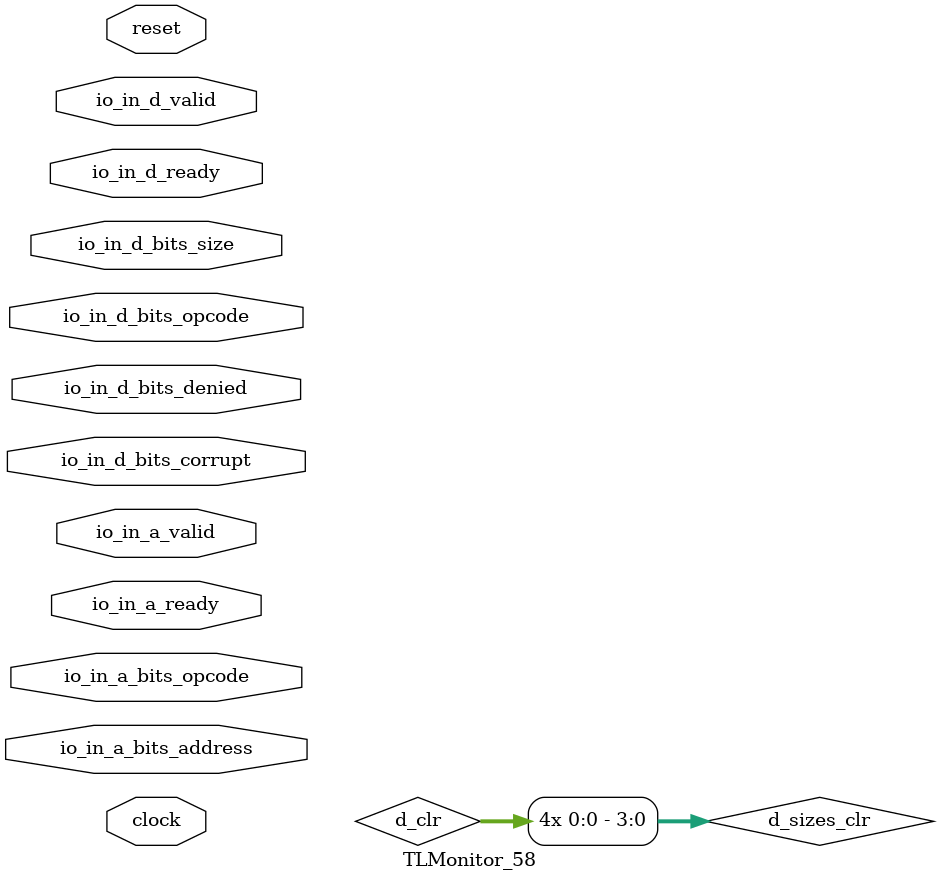
<source format=sv>

`ifndef STOP_COND_
  `ifdef STOP_COND
    `define STOP_COND_ (`STOP_COND)
  `else  // STOP_COND
    `define STOP_COND_ 1
  `endif // STOP_COND
`endif // not def STOP_COND_

// Users can define 'ASSERT_VERBOSE_COND' to add an extra gate to assert error printing.
`ifndef ASSERT_VERBOSE_COND_
  `ifdef ASSERT_VERBOSE_COND
    `define ASSERT_VERBOSE_COND_ (`ASSERT_VERBOSE_COND)
  `else  // ASSERT_VERBOSE_COND
    `define ASSERT_VERBOSE_COND_ 1
  `endif // ASSERT_VERBOSE_COND
`endif // not def ASSERT_VERBOSE_COND_

// Include register initializers in init blocks unless synthesis is set
`ifndef RANDOMIZE
  `ifdef RANDOMIZE_REG_INIT
    `define RANDOMIZE
  `endif // RANDOMIZE_REG_INIT
`endif // not def RANDOMIZE
`ifndef SYNTHESIS
  `ifndef ENABLE_INITIAL_REG_
    `define ENABLE_INITIAL_REG_
  `endif // not def ENABLE_INITIAL_REG_
`endif // not def SYNTHESIS

// Standard header to adapt well known macros for register randomization.

// RANDOM may be set to an expression that produces a 32-bit random unsigned value.
`ifndef RANDOM
  `define RANDOM $random
`endif // not def RANDOM

// Users can define INIT_RANDOM as general code that gets injected into the
// initializer block for modules with registers.
`ifndef INIT_RANDOM
  `define INIT_RANDOM
`endif // not def INIT_RANDOM

// If using random initialization, you can also define RANDOMIZE_DELAY to
// customize the delay used, otherwise 0.002 is used.
`ifndef RANDOMIZE_DELAY
  `define RANDOMIZE_DELAY 0.002
`endif // not def RANDOMIZE_DELAY

// Define INIT_RANDOM_PROLOG_ for use in our modules below.
`ifndef INIT_RANDOM_PROLOG_
  `ifdef RANDOMIZE
    `ifdef VERILATOR
      `define INIT_RANDOM_PROLOG_ `INIT_RANDOM
    `else  // VERILATOR
      `define INIT_RANDOM_PROLOG_ `INIT_RANDOM #`RANDOMIZE_DELAY begin end
    `endif // VERILATOR
  `else  // RANDOMIZE
    `define INIT_RANDOM_PROLOG_
  `endif // RANDOMIZE
`endif // not def INIT_RANDOM_PROLOG_
module TLMonitor_58(	// @[generators/rocket-chip/src/main/scala/tilelink/Monitor.scala:36:7]
  input         clock,	// @[generators/rocket-chip/src/main/scala/tilelink/Monitor.scala:36:7]
  input         reset,	// @[generators/rocket-chip/src/main/scala/tilelink/Monitor.scala:36:7]
  input         io_in_a_ready,	// @[generators/rocket-chip/src/main/scala/tilelink/Monitor.scala:20:14]
  input         io_in_a_valid,	// @[generators/rocket-chip/src/main/scala/tilelink/Monitor.scala:20:14]
  input [2:0]   io_in_a_bits_opcode,	// @[generators/rocket-chip/src/main/scala/tilelink/Monitor.scala:20:14]
  input [127:0] io_in_a_bits_address,	// @[generators/rocket-chip/src/main/scala/tilelink/Monitor.scala:20:14]
  input         io_in_d_ready,	// @[generators/rocket-chip/src/main/scala/tilelink/Monitor.scala:20:14]
  input         io_in_d_valid,	// @[generators/rocket-chip/src/main/scala/tilelink/Monitor.scala:20:14]
  input [2:0]   io_in_d_bits_opcode,	// @[generators/rocket-chip/src/main/scala/tilelink/Monitor.scala:20:14]
  input [1:0]   io_in_d_bits_size,	// @[generators/rocket-chip/src/main/scala/tilelink/Monitor.scala:20:14]
  input         io_in_d_bits_denied,	// @[generators/rocket-chip/src/main/scala/tilelink/Monitor.scala:20:14]
  input         io_in_d_bits_corrupt	// @[generators/rocket-chip/src/main/scala/tilelink/Monitor.scala:20:14]
);

  wire [31:0]  _plusarg_reader_1_out;	// @[generators/rocket-chip/src/main/scala/util/PlusArg.scala:80:11]
  wire [31:0]  _plusarg_reader_out;	// @[generators/rocket-chip/src/main/scala/util/PlusArg.scala:80:11]
  wire         a_first_done = io_in_a_ready & io_in_a_valid;	// @[src/main/scala/chisel3/util/Decoupled.scala:51:35]
  reg          a_first_counter;	// @[generators/rocket-chip/src/main/scala/tilelink/Edges.scala:229:27]
  reg  [2:0]   opcode;	// @[generators/rocket-chip/src/main/scala/tilelink/Monitor.scala:387:22]
  reg  [127:0] address;	// @[generators/rocket-chip/src/main/scala/tilelink/Monitor.scala:391:22]
  reg          d_first_counter;	// @[generators/rocket-chip/src/main/scala/tilelink/Edges.scala:229:27]
  reg  [2:0]   opcode_1;	// @[generators/rocket-chip/src/main/scala/tilelink/Monitor.scala:538:22]
  reg  [1:0]   size_1;	// @[generators/rocket-chip/src/main/scala/tilelink/Monitor.scala:540:22]
  reg          denied;	// @[generators/rocket-chip/src/main/scala/tilelink/Monitor.scala:543:22]
  reg  [1:0]   inflight;	// @[generators/rocket-chip/src/main/scala/tilelink/Monitor.scala:614:27]
  reg  [3:0]   inflight_opcodes;	// @[generators/rocket-chip/src/main/scala/tilelink/Monitor.scala:616:35]
  reg  [3:0]   inflight_sizes;	// @[generators/rocket-chip/src/main/scala/tilelink/Monitor.scala:618:33]
  reg          a_first_counter_1;	// @[generators/rocket-chip/src/main/scala/tilelink/Edges.scala:229:27]
  reg          d_first_counter_1;	// @[generators/rocket-chip/src/main/scala/tilelink/Edges.scala:229:27]
  wire         a_set = a_first_done & ~a_first_counter_1;	// @[generators/rocket-chip/src/main/scala/tilelink/Edges.scala:229:27, :231:25, generators/rocket-chip/src/main/scala/tilelink/Monitor.scala:655:25, src/main/scala/chisel3/util/Decoupled.scala:51:35]
  wire         d_release_ack = io_in_d_bits_opcode == 3'h6;	// @[generators/rocket-chip/src/main/scala/tilelink/Monitor.scala:36:7, :673:46]
  wire         _GEN = io_in_d_bits_opcode != 3'h6;	// @[generators/rocket-chip/src/main/scala/tilelink/Monitor.scala:36:7, :673:46, :674:74]
  reg  [31:0]  watchdog;	// @[generators/rocket-chip/src/main/scala/tilelink/Monitor.scala:709:27]
  reg  [1:0]   inflight_1;	// @[generators/rocket-chip/src/main/scala/tilelink/Monitor.scala:726:35]
  reg  [3:0]   inflight_sizes_1;	// @[generators/rocket-chip/src/main/scala/tilelink/Monitor.scala:728:35]
  reg          d_first_counter_2;	// @[generators/rocket-chip/src/main/scala/tilelink/Edges.scala:229:27]
  reg  [31:0]  watchdog_1;	// @[generators/rocket-chip/src/main/scala/tilelink/Monitor.scala:818:27]
  `ifndef SYNTHESIS	// @[generators/rocket-chip/src/main/scala/tilelink/Monitor.scala:45:11]
    wire [7:0][2:0] _GEN_0 = '{3'h4, 3'h5, 3'h2, 3'h1, 3'h1, 3'h1, 3'h0, 3'h0};
    wire [7:0][2:0] _GEN_1 = '{3'h4, 3'h4, 3'h2, 3'h1, 3'h1, 3'h1, 3'h0, 3'h0};
    wire            _GEN_2 = io_in_a_valid & io_in_a_bits_opcode == 3'h6 & ~reset;	// @[generators/rocket-chip/src/main/scala/tilelink/Monitor.scala:36:7, :45:11, :84:{25,54}]
    wire            _GEN_3 = io_in_a_valid & (&io_in_a_bits_opcode) & ~reset;	// @[generators/rocket-chip/src/main/scala/tilelink/Monitor.scala:45:11, :95:{25,53}]
    wire            _GEN_4 = io_in_a_valid & io_in_a_bits_opcode == 3'h1 & ~reset;	// @[generators/rocket-chip/src/main/scala/tilelink/Monitor.scala:36:7, :45:11, :125:{25,56}]
    wire            _GEN_5 = io_in_a_valid & io_in_a_bits_opcode == 3'h2 & ~reset;	// @[generators/rocket-chip/src/main/scala/tilelink/Monitor.scala:36:7, :45:11, :133:{25,56}]
    wire            _GEN_6 = io_in_a_valid & io_in_a_bits_opcode == 3'h3 & ~reset;	// @[generators/rocket-chip/src/main/scala/tilelink/Monitor.scala:36:7, :45:11, :141:{25,53}]
    wire            _GEN_7 = io_in_a_valid & io_in_a_bits_opcode == 3'h5 & ~reset;	// @[generators/rocket-chip/src/main/scala/tilelink/Monitor.scala:36:7, :45:11, :149:{25,46}]
    wire            _GEN_8 = io_in_d_valid & io_in_d_bits_opcode == 3'h6 & ~reset;	// @[generators/rocket-chip/src/main/scala/tilelink/Monitor.scala:36:7, :45:11, :52:11, :313:{25,52}]
    wire            _GEN_9 = io_in_d_valid & io_in_d_bits_opcode == 3'h4 & ~reset;	// @[generators/rocket-chip/src/main/scala/tilelink/Monitor.scala:36:7, :45:11, :52:11, :321:{25,47}]
    wire            _GEN_10 = io_in_d_valid & io_in_d_bits_opcode == 3'h5 & ~reset;	// @[generators/rocket-chip/src/main/scala/tilelink/Monitor.scala:36:7, :45:11, :52:11, :331:{25,51}]
    wire            _GEN_11 = ~io_in_d_bits_denied | io_in_d_bits_corrupt;	// @[generators/rocket-chip/src/main/scala/tilelink/Monitor.scala:337:{15,30}]
    wire            _GEN_12 = io_in_a_valid & a_first_counter & ~reset;	// @[generators/rocket-chip/src/main/scala/tilelink/Edges.scala:229:27, generators/rocket-chip/src/main/scala/tilelink/Monitor.scala:45:11, :392:19]
    wire            _GEN_13 = io_in_d_valid & d_first_counter & ~reset;	// @[generators/rocket-chip/src/main/scala/tilelink/Edges.scala:229:27, generators/rocket-chip/src/main/scala/tilelink/Monitor.scala:45:11, :52:11, :544:19]
    wire            _same_cycle_resp_T_1 = io_in_a_valid & ~a_first_counter_1;	// @[generators/rocket-chip/src/main/scala/tilelink/Edges.scala:229:27, :231:25, generators/rocket-chip/src/main/scala/tilelink/Monitor.scala:651:26]
    wire            _GEN_14 = io_in_d_valid & ~d_first_counter_1;	// @[generators/rocket-chip/src/main/scala/tilelink/Edges.scala:229:27, :231:25, generators/rocket-chip/src/main/scala/tilelink/Monitor.scala:674:26]
    wire            _GEN_15 = _GEN_14 & _GEN;	// @[generators/rocket-chip/src/main/scala/tilelink/Monitor.scala:673:46, :674:{26,74}, :683:71]
    wire            _GEN_16 = _GEN_15 & _same_cycle_resp_T_1 & ~reset;	// @[generators/rocket-chip/src/main/scala/tilelink/Monitor.scala:45:11, :52:11, :651:26, :683:71, :687:30]
    wire            _GEN_17 = _GEN_15 & ~_same_cycle_resp_T_1 & ~reset;	// @[generators/rocket-chip/src/main/scala/tilelink/Monitor.scala:45:11, :52:11, :651:26, :683:71, :687:30]
    wire [3:0]      _GEN_18 = {2'h0, io_in_d_bits_size};	// @[generators/rocket-chip/src/main/scala/tilelink/Monitor.scala:52:11, :694:36]
    wire            _GEN_19 = io_in_d_valid & ~d_first_counter_2 & d_release_ack & ~reset;	// @[generators/rocket-chip/src/main/scala/tilelink/Edges.scala:229:27, :231:25, generators/rocket-chip/src/main/scala/tilelink/Monitor.scala:45:11, :52:11, :673:46, :784:26, :794:71]
    always @(posedge clock) begin	// @[generators/rocket-chip/src/main/scala/tilelink/Monitor.scala:45:11]
      if (_GEN_2) begin	// @[generators/rocket-chip/src/main/scala/tilelink/Monitor.scala:45:11, :84:54]
        if (`ASSERT_VERBOSE_COND_)	// @[generators/rocket-chip/src/main/scala/tilelink/Monitor.scala:45:11]
          $error("Assertion failed: 'A' channel carries AcquireBlock type which is unexpected using diplomatic parameters (connected at generators/rocket-chip/src/main/scala/devices/tilelink/BusBypass.scala:33:14)\n    at Monitor.scala:45 assert(cond, message)\n");	// @[generators/rocket-chip/src/main/scala/tilelink/Monitor.scala:45:11]
        if (`STOP_COND_)	// @[generators/rocket-chip/src/main/scala/tilelink/Monitor.scala:45:11]
          $fatal;	// @[generators/rocket-chip/src/main/scala/tilelink/Monitor.scala:45:11]
        if (`ASSERT_VERBOSE_COND_)	// @[generators/rocket-chip/src/main/scala/tilelink/Monitor.scala:45:11]
          $error("Assertion failed: 'A' channel carries AcquireBlock from a client which does not support Probe (connected at generators/rocket-chip/src/main/scala/devices/tilelink/BusBypass.scala:33:14)\n    at Monitor.scala:45 assert(cond, message)\n");	// @[generators/rocket-chip/src/main/scala/tilelink/Monitor.scala:45:11]
        if (`STOP_COND_)	// @[generators/rocket-chip/src/main/scala/tilelink/Monitor.scala:45:11]
          $fatal;	// @[generators/rocket-chip/src/main/scala/tilelink/Monitor.scala:45:11]
      end
      if (_GEN_2 & (|(io_in_a_bits_address[1:0]))) begin	// @[generators/rocket-chip/src/main/scala/tilelink/Edges.scala:21:{16,24}, generators/rocket-chip/src/main/scala/tilelink/Monitor.scala:45:11, :84:54]
        if (`ASSERT_VERBOSE_COND_)	// @[generators/rocket-chip/src/main/scala/tilelink/Monitor.scala:45:11]
          $error("Assertion failed: 'A' channel AcquireBlock address not aligned to size (connected at generators/rocket-chip/src/main/scala/devices/tilelink/BusBypass.scala:33:14)\n    at Monitor.scala:45 assert(cond, message)\n");	// @[generators/rocket-chip/src/main/scala/tilelink/Monitor.scala:45:11]
        if (`STOP_COND_)	// @[generators/rocket-chip/src/main/scala/tilelink/Monitor.scala:45:11]
          $fatal;	// @[generators/rocket-chip/src/main/scala/tilelink/Monitor.scala:45:11]
      end
      if (_GEN_3) begin	// @[generators/rocket-chip/src/main/scala/tilelink/Monitor.scala:45:11, :95:53]
        if (`ASSERT_VERBOSE_COND_)	// @[generators/rocket-chip/src/main/scala/tilelink/Monitor.scala:45:11]
          $error("Assertion failed: 'A' channel carries AcquirePerm type which is unexpected using diplomatic parameters (connected at generators/rocket-chip/src/main/scala/devices/tilelink/BusBypass.scala:33:14)\n    at Monitor.scala:45 assert(cond, message)\n");	// @[generators/rocket-chip/src/main/scala/tilelink/Monitor.scala:45:11]
        if (`STOP_COND_)	// @[generators/rocket-chip/src/main/scala/tilelink/Monitor.scala:45:11]
          $fatal;	// @[generators/rocket-chip/src/main/scala/tilelink/Monitor.scala:45:11]
        if (`ASSERT_VERBOSE_COND_)	// @[generators/rocket-chip/src/main/scala/tilelink/Monitor.scala:45:11]
          $error("Assertion failed: 'A' channel carries AcquirePerm from a client which does not support Probe (connected at generators/rocket-chip/src/main/scala/devices/tilelink/BusBypass.scala:33:14)\n    at Monitor.scala:45 assert(cond, message)\n");	// @[generators/rocket-chip/src/main/scala/tilelink/Monitor.scala:45:11]
        if (`STOP_COND_)	// @[generators/rocket-chip/src/main/scala/tilelink/Monitor.scala:45:11]
          $fatal;	// @[generators/rocket-chip/src/main/scala/tilelink/Monitor.scala:45:11]
      end
      if (_GEN_3 & (|(io_in_a_bits_address[1:0]))) begin	// @[generators/rocket-chip/src/main/scala/tilelink/Edges.scala:21:{16,24}, generators/rocket-chip/src/main/scala/tilelink/Monitor.scala:45:11, :95:53]
        if (`ASSERT_VERBOSE_COND_)	// @[generators/rocket-chip/src/main/scala/tilelink/Monitor.scala:45:11]
          $error("Assertion failed: 'A' channel AcquirePerm address not aligned to size (connected at generators/rocket-chip/src/main/scala/devices/tilelink/BusBypass.scala:33:14)\n    at Monitor.scala:45 assert(cond, message)\n");	// @[generators/rocket-chip/src/main/scala/tilelink/Monitor.scala:45:11]
        if (`STOP_COND_)	// @[generators/rocket-chip/src/main/scala/tilelink/Monitor.scala:45:11]
          $fatal;	// @[generators/rocket-chip/src/main/scala/tilelink/Monitor.scala:45:11]
      end
      if (_GEN_3) begin	// @[generators/rocket-chip/src/main/scala/tilelink/Monitor.scala:45:11, :95:53]
        if (`ASSERT_VERBOSE_COND_)	// @[generators/rocket-chip/src/main/scala/tilelink/Monitor.scala:45:11]
          $error("Assertion failed: 'A' channel AcquirePerm requests NtoB (connected at generators/rocket-chip/src/main/scala/devices/tilelink/BusBypass.scala:33:14)\n    at Monitor.scala:45 assert(cond, message)\n");	// @[generators/rocket-chip/src/main/scala/tilelink/Monitor.scala:45:11]
        if (`STOP_COND_)	// @[generators/rocket-chip/src/main/scala/tilelink/Monitor.scala:45:11]
          $fatal;	// @[generators/rocket-chip/src/main/scala/tilelink/Monitor.scala:45:11]
      end
      if (io_in_a_valid & io_in_a_bits_opcode == 3'h4 & ~reset & (|(io_in_a_bits_address[1:0]))) begin	// @[generators/rocket-chip/src/main/scala/tilelink/Edges.scala:21:{16,24}, generators/rocket-chip/src/main/scala/tilelink/Monitor.scala:36:7, :45:11, :107:{25,45}]
        if (`ASSERT_VERBOSE_COND_)	// @[generators/rocket-chip/src/main/scala/tilelink/Monitor.scala:45:11]
          $error("Assertion failed: 'A' channel Get address not aligned to size (connected at generators/rocket-chip/src/main/scala/devices/tilelink/BusBypass.scala:33:14)\n    at Monitor.scala:45 assert(cond, message)\n");	// @[generators/rocket-chip/src/main/scala/tilelink/Monitor.scala:45:11]
        if (`STOP_COND_)	// @[generators/rocket-chip/src/main/scala/tilelink/Monitor.scala:45:11]
          $fatal;	// @[generators/rocket-chip/src/main/scala/tilelink/Monitor.scala:45:11]
      end
      if (io_in_a_valid & io_in_a_bits_opcode == 3'h0 & ~reset & (|(io_in_a_bits_address[1:0]))) begin	// @[generators/rocket-chip/src/main/scala/tilelink/Edges.scala:21:{16,24}, generators/rocket-chip/src/main/scala/tilelink/Monitor.scala:36:7, :45:11, :117:{25,53}]
        if (`ASSERT_VERBOSE_COND_)	// @[generators/rocket-chip/src/main/scala/tilelink/Monitor.scala:45:11]
          $error("Assertion failed: 'A' channel PutFull address not aligned to size (connected at generators/rocket-chip/src/main/scala/devices/tilelink/BusBypass.scala:33:14)\n    at Monitor.scala:45 assert(cond, message)\n");	// @[generators/rocket-chip/src/main/scala/tilelink/Monitor.scala:45:11]
        if (`STOP_COND_)	// @[generators/rocket-chip/src/main/scala/tilelink/Monitor.scala:45:11]
          $fatal;	// @[generators/rocket-chip/src/main/scala/tilelink/Monitor.scala:45:11]
      end
      if (_GEN_4) begin	// @[generators/rocket-chip/src/main/scala/tilelink/Monitor.scala:45:11, :125:56]
        if (`ASSERT_VERBOSE_COND_)	// @[generators/rocket-chip/src/main/scala/tilelink/Monitor.scala:45:11]
          $error("Assertion failed: 'A' channel carries PutPartial type which is unexpected using diplomatic parameters (connected at generators/rocket-chip/src/main/scala/devices/tilelink/BusBypass.scala:33:14)\n    at Monitor.scala:45 assert(cond, message)\n");	// @[generators/rocket-chip/src/main/scala/tilelink/Monitor.scala:45:11]
        if (`STOP_COND_)	// @[generators/rocket-chip/src/main/scala/tilelink/Monitor.scala:45:11]
          $fatal;	// @[generators/rocket-chip/src/main/scala/tilelink/Monitor.scala:45:11]
      end
      if (_GEN_4 & (|(io_in_a_bits_address[1:0]))) begin	// @[generators/rocket-chip/src/main/scala/tilelink/Edges.scala:21:{16,24}, generators/rocket-chip/src/main/scala/tilelink/Monitor.scala:45:11, :125:56]
        if (`ASSERT_VERBOSE_COND_)	// @[generators/rocket-chip/src/main/scala/tilelink/Monitor.scala:45:11]
          $error("Assertion failed: 'A' channel PutPartial address not aligned to size (connected at generators/rocket-chip/src/main/scala/devices/tilelink/BusBypass.scala:33:14)\n    at Monitor.scala:45 assert(cond, message)\n");	// @[generators/rocket-chip/src/main/scala/tilelink/Monitor.scala:45:11]
        if (`STOP_COND_)	// @[generators/rocket-chip/src/main/scala/tilelink/Monitor.scala:45:11]
          $fatal;	// @[generators/rocket-chip/src/main/scala/tilelink/Monitor.scala:45:11]
      end
      if (_GEN_5) begin	// @[generators/rocket-chip/src/main/scala/tilelink/Monitor.scala:45:11, :133:56]
        if (`ASSERT_VERBOSE_COND_)	// @[generators/rocket-chip/src/main/scala/tilelink/Monitor.scala:45:11]
          $error("Assertion failed: 'A' channel carries Arithmetic type which is unexpected using diplomatic parameters (connected at generators/rocket-chip/src/main/scala/devices/tilelink/BusBypass.scala:33:14)\n    at Monitor.scala:45 assert(cond, message)\n");	// @[generators/rocket-chip/src/main/scala/tilelink/Monitor.scala:45:11]
        if (`STOP_COND_)	// @[generators/rocket-chip/src/main/scala/tilelink/Monitor.scala:45:11]
          $fatal;	// @[generators/rocket-chip/src/main/scala/tilelink/Monitor.scala:45:11]
      end
      if (_GEN_5 & (|(io_in_a_bits_address[1:0]))) begin	// @[generators/rocket-chip/src/main/scala/tilelink/Edges.scala:21:{16,24}, generators/rocket-chip/src/main/scala/tilelink/Monitor.scala:45:11, :133:56]
        if (`ASSERT_VERBOSE_COND_)	// @[generators/rocket-chip/src/main/scala/tilelink/Monitor.scala:45:11]
          $error("Assertion failed: 'A' channel Arithmetic address not aligned to size (connected at generators/rocket-chip/src/main/scala/devices/tilelink/BusBypass.scala:33:14)\n    at Monitor.scala:45 assert(cond, message)\n");	// @[generators/rocket-chip/src/main/scala/tilelink/Monitor.scala:45:11]
        if (`STOP_COND_)	// @[generators/rocket-chip/src/main/scala/tilelink/Monitor.scala:45:11]
          $fatal;	// @[generators/rocket-chip/src/main/scala/tilelink/Monitor.scala:45:11]
      end
      if (_GEN_6) begin	// @[generators/rocket-chip/src/main/scala/tilelink/Monitor.scala:45:11, :141:53]
        if (`ASSERT_VERBOSE_COND_)	// @[generators/rocket-chip/src/main/scala/tilelink/Monitor.scala:45:11]
          $error("Assertion failed: 'A' channel carries Logical type which is unexpected using diplomatic parameters (connected at generators/rocket-chip/src/main/scala/devices/tilelink/BusBypass.scala:33:14)\n    at Monitor.scala:45 assert(cond, message)\n");	// @[generators/rocket-chip/src/main/scala/tilelink/Monitor.scala:45:11]
        if (`STOP_COND_)	// @[generators/rocket-chip/src/main/scala/tilelink/Monitor.scala:45:11]
          $fatal;	// @[generators/rocket-chip/src/main/scala/tilelink/Monitor.scala:45:11]
      end
      if (_GEN_6 & (|(io_in_a_bits_address[1:0]))) begin	// @[generators/rocket-chip/src/main/scala/tilelink/Edges.scala:21:{16,24}, generators/rocket-chip/src/main/scala/tilelink/Monitor.scala:45:11, :141:53]
        if (`ASSERT_VERBOSE_COND_)	// @[generators/rocket-chip/src/main/scala/tilelink/Monitor.scala:45:11]
          $error("Assertion failed: 'A' channel Logical address not aligned to size (connected at generators/rocket-chip/src/main/scala/devices/tilelink/BusBypass.scala:33:14)\n    at Monitor.scala:45 assert(cond, message)\n");	// @[generators/rocket-chip/src/main/scala/tilelink/Monitor.scala:45:11]
        if (`STOP_COND_)	// @[generators/rocket-chip/src/main/scala/tilelink/Monitor.scala:45:11]
          $fatal;	// @[generators/rocket-chip/src/main/scala/tilelink/Monitor.scala:45:11]
      end
      if (_GEN_7) begin	// @[generators/rocket-chip/src/main/scala/tilelink/Monitor.scala:45:11, :149:46]
        if (`ASSERT_VERBOSE_COND_)	// @[generators/rocket-chip/src/main/scala/tilelink/Monitor.scala:45:11]
          $error("Assertion failed: 'A' channel carries Hint type which is unexpected using diplomatic parameters (connected at generators/rocket-chip/src/main/scala/devices/tilelink/BusBypass.scala:33:14)\n    at Monitor.scala:45 assert(cond, message)\n");	// @[generators/rocket-chip/src/main/scala/tilelink/Monitor.scala:45:11]
        if (`STOP_COND_)	// @[generators/rocket-chip/src/main/scala/tilelink/Monitor.scala:45:11]
          $fatal;	// @[generators/rocket-chip/src/main/scala/tilelink/Monitor.scala:45:11]
      end
      if (_GEN_7 & (|(io_in_a_bits_address[1:0]))) begin	// @[generators/rocket-chip/src/main/scala/tilelink/Edges.scala:21:{16,24}, generators/rocket-chip/src/main/scala/tilelink/Monitor.scala:45:11, :149:46]
        if (`ASSERT_VERBOSE_COND_)	// @[generators/rocket-chip/src/main/scala/tilelink/Monitor.scala:45:11]
          $error("Assertion failed: 'A' channel Hint address not aligned to size (connected at generators/rocket-chip/src/main/scala/devices/tilelink/BusBypass.scala:33:14)\n    at Monitor.scala:45 assert(cond, message)\n");	// @[generators/rocket-chip/src/main/scala/tilelink/Monitor.scala:45:11]
        if (`STOP_COND_)	// @[generators/rocket-chip/src/main/scala/tilelink/Monitor.scala:45:11]
          $fatal;	// @[generators/rocket-chip/src/main/scala/tilelink/Monitor.scala:45:11]
      end
      if (io_in_d_valid & ~reset & (&io_in_d_bits_opcode)) begin	// @[generators/rocket-chip/src/main/scala/tilelink/Bundles.scala:45:24, generators/rocket-chip/src/main/scala/tilelink/Monitor.scala:45:11, :52:11]
        if (`ASSERT_VERBOSE_COND_)	// @[generators/rocket-chip/src/main/scala/tilelink/Monitor.scala:52:11]
          $error("Assertion failed: 'D' channel has invalid opcode (connected at generators/rocket-chip/src/main/scala/devices/tilelink/BusBypass.scala:33:14)\n    at Monitor.scala:52 assert(cond, message)\n");	// @[generators/rocket-chip/src/main/scala/tilelink/Monitor.scala:52:11]
        if (`STOP_COND_)	// @[generators/rocket-chip/src/main/scala/tilelink/Monitor.scala:52:11]
          $fatal;	// @[generators/rocket-chip/src/main/scala/tilelink/Monitor.scala:52:11]
      end
      if (_GEN_8 & ~(io_in_d_bits_size[1])) begin	// @[generators/rocket-chip/src/main/scala/tilelink/Monitor.scala:52:11, :313:52, :315:27]
        if (`ASSERT_VERBOSE_COND_)	// @[generators/rocket-chip/src/main/scala/tilelink/Monitor.scala:52:11]
          $error("Assertion failed: 'D' channel ReleaseAck smaller than a beat (connected at generators/rocket-chip/src/main/scala/devices/tilelink/BusBypass.scala:33:14)\n    at Monitor.scala:52 assert(cond, message)\n");	// @[generators/rocket-chip/src/main/scala/tilelink/Monitor.scala:52:11]
        if (`STOP_COND_)	// @[generators/rocket-chip/src/main/scala/tilelink/Monitor.scala:52:11]
          $fatal;	// @[generators/rocket-chip/src/main/scala/tilelink/Monitor.scala:52:11]
      end
      if (_GEN_8 & io_in_d_bits_corrupt) begin	// @[generators/rocket-chip/src/main/scala/tilelink/Monitor.scala:52:11, :313:52]
        if (`ASSERT_VERBOSE_COND_)	// @[generators/rocket-chip/src/main/scala/tilelink/Monitor.scala:52:11]
          $error("Assertion failed: 'D' channel ReleaseAck is corrupt (connected at generators/rocket-chip/src/main/scala/devices/tilelink/BusBypass.scala:33:14)\n    at Monitor.scala:52 assert(cond, message)\n");	// @[generators/rocket-chip/src/main/scala/tilelink/Monitor.scala:52:11]
        if (`STOP_COND_)	// @[generators/rocket-chip/src/main/scala/tilelink/Monitor.scala:52:11]
          $fatal;	// @[generators/rocket-chip/src/main/scala/tilelink/Monitor.scala:52:11]
      end
      if (_GEN_8 & io_in_d_bits_denied) begin	// @[generators/rocket-chip/src/main/scala/tilelink/Monitor.scala:52:11, :313:52]
        if (`ASSERT_VERBOSE_COND_)	// @[generators/rocket-chip/src/main/scala/tilelink/Monitor.scala:52:11]
          $error("Assertion failed: 'D' channel ReleaseAck is denied (connected at generators/rocket-chip/src/main/scala/devices/tilelink/BusBypass.scala:33:14)\n    at Monitor.scala:52 assert(cond, message)\n");	// @[generators/rocket-chip/src/main/scala/tilelink/Monitor.scala:52:11]
        if (`STOP_COND_)	// @[generators/rocket-chip/src/main/scala/tilelink/Monitor.scala:52:11]
          $fatal;	// @[generators/rocket-chip/src/main/scala/tilelink/Monitor.scala:52:11]
      end
      if (_GEN_9 & ~(io_in_d_bits_size[1])) begin	// @[generators/rocket-chip/src/main/scala/tilelink/Monitor.scala:52:11, :315:27, :321:47]
        if (`ASSERT_VERBOSE_COND_)	// @[generators/rocket-chip/src/main/scala/tilelink/Monitor.scala:52:11]
          $error("Assertion failed: 'D' channel Grant smaller than a beat (connected at generators/rocket-chip/src/main/scala/devices/tilelink/BusBypass.scala:33:14)\n    at Monitor.scala:52 assert(cond, message)\n");	// @[generators/rocket-chip/src/main/scala/tilelink/Monitor.scala:52:11]
        if (`STOP_COND_)	// @[generators/rocket-chip/src/main/scala/tilelink/Monitor.scala:52:11]
          $fatal;	// @[generators/rocket-chip/src/main/scala/tilelink/Monitor.scala:52:11]
      end
      if (_GEN_9 & io_in_d_bits_corrupt) begin	// @[generators/rocket-chip/src/main/scala/tilelink/Monitor.scala:52:11, :321:47]
        if (`ASSERT_VERBOSE_COND_)	// @[generators/rocket-chip/src/main/scala/tilelink/Monitor.scala:52:11]
          $error("Assertion failed: 'D' channel Grant is corrupt (connected at generators/rocket-chip/src/main/scala/devices/tilelink/BusBypass.scala:33:14)\n    at Monitor.scala:52 assert(cond, message)\n");	// @[generators/rocket-chip/src/main/scala/tilelink/Monitor.scala:52:11]
        if (`STOP_COND_)	// @[generators/rocket-chip/src/main/scala/tilelink/Monitor.scala:52:11]
          $fatal;	// @[generators/rocket-chip/src/main/scala/tilelink/Monitor.scala:52:11]
      end
      if (_GEN_10 & ~(io_in_d_bits_size[1])) begin	// @[generators/rocket-chip/src/main/scala/tilelink/Monitor.scala:52:11, :315:27, :331:51]
        if (`ASSERT_VERBOSE_COND_)	// @[generators/rocket-chip/src/main/scala/tilelink/Monitor.scala:52:11]
          $error("Assertion failed: 'D' channel GrantData smaller than a beat (connected at generators/rocket-chip/src/main/scala/devices/tilelink/BusBypass.scala:33:14)\n    at Monitor.scala:52 assert(cond, message)\n");	// @[generators/rocket-chip/src/main/scala/tilelink/Monitor.scala:52:11]
        if (`STOP_COND_)	// @[generators/rocket-chip/src/main/scala/tilelink/Monitor.scala:52:11]
          $fatal;	// @[generators/rocket-chip/src/main/scala/tilelink/Monitor.scala:52:11]
      end
      if (_GEN_10 & ~_GEN_11) begin	// @[generators/rocket-chip/src/main/scala/tilelink/Monitor.scala:52:11, :331:51, :337:30]
        if (`ASSERT_VERBOSE_COND_)	// @[generators/rocket-chip/src/main/scala/tilelink/Monitor.scala:52:11]
          $error("Assertion failed: 'D' channel GrantData is denied but not corrupt (connected at generators/rocket-chip/src/main/scala/devices/tilelink/BusBypass.scala:33:14)\n    at Monitor.scala:52 assert(cond, message)\n");	// @[generators/rocket-chip/src/main/scala/tilelink/Monitor.scala:52:11]
        if (`STOP_COND_)	// @[generators/rocket-chip/src/main/scala/tilelink/Monitor.scala:52:11]
          $fatal;	// @[generators/rocket-chip/src/main/scala/tilelink/Monitor.scala:52:11]
      end
      if (io_in_d_valid & io_in_d_bits_opcode == 3'h0 & ~reset & io_in_d_bits_corrupt) begin	// @[generators/rocket-chip/src/main/scala/tilelink/Monitor.scala:36:7, :45:11, :52:11, :341:{25,51}]
        if (`ASSERT_VERBOSE_COND_)	// @[generators/rocket-chip/src/main/scala/tilelink/Monitor.scala:52:11]
          $error("Assertion failed: 'D' channel AccessAck is corrupt (connected at generators/rocket-chip/src/main/scala/devices/tilelink/BusBypass.scala:33:14)\n    at Monitor.scala:52 assert(cond, message)\n");	// @[generators/rocket-chip/src/main/scala/tilelink/Monitor.scala:52:11]
        if (`STOP_COND_)	// @[generators/rocket-chip/src/main/scala/tilelink/Monitor.scala:52:11]
          $fatal;	// @[generators/rocket-chip/src/main/scala/tilelink/Monitor.scala:52:11]
      end
      if (io_in_d_valid & io_in_d_bits_opcode == 3'h1 & ~reset & ~_GEN_11) begin	// @[generators/rocket-chip/src/main/scala/tilelink/Monitor.scala:36:7, :45:11, :52:11, :337:30, :349:{25,55}]
        if (`ASSERT_VERBOSE_COND_)	// @[generators/rocket-chip/src/main/scala/tilelink/Monitor.scala:52:11]
          $error("Assertion failed: 'D' channel AccessAckData is denied but not corrupt (connected at generators/rocket-chip/src/main/scala/devices/tilelink/BusBypass.scala:33:14)\n    at Monitor.scala:52 assert(cond, message)\n");	// @[generators/rocket-chip/src/main/scala/tilelink/Monitor.scala:52:11]
        if (`STOP_COND_)	// @[generators/rocket-chip/src/main/scala/tilelink/Monitor.scala:52:11]
          $fatal;	// @[generators/rocket-chip/src/main/scala/tilelink/Monitor.scala:52:11]
      end
      if (io_in_d_valid & io_in_d_bits_opcode == 3'h2 & ~reset & io_in_d_bits_corrupt) begin	// @[generators/rocket-chip/src/main/scala/tilelink/Monitor.scala:36:7, :45:11, :52:11, :357:{25,49}]
        if (`ASSERT_VERBOSE_COND_)	// @[generators/rocket-chip/src/main/scala/tilelink/Monitor.scala:52:11]
          $error("Assertion failed: 'D' channel HintAck is corrupt (connected at generators/rocket-chip/src/main/scala/devices/tilelink/BusBypass.scala:33:14)\n    at Monitor.scala:52 assert(cond, message)\n");	// @[generators/rocket-chip/src/main/scala/tilelink/Monitor.scala:52:11]
        if (`STOP_COND_)	// @[generators/rocket-chip/src/main/scala/tilelink/Monitor.scala:52:11]
          $fatal;	// @[generators/rocket-chip/src/main/scala/tilelink/Monitor.scala:52:11]
      end
      if (_GEN_12 & io_in_a_bits_opcode != opcode) begin	// @[generators/rocket-chip/src/main/scala/tilelink/Monitor.scala:45:11, :387:22, :392:19, :393:32]
        if (`ASSERT_VERBOSE_COND_)	// @[generators/rocket-chip/src/main/scala/tilelink/Monitor.scala:45:11]
          $error("Assertion failed: 'A' channel opcode changed within multibeat operation (connected at generators/rocket-chip/src/main/scala/devices/tilelink/BusBypass.scala:33:14)\n    at Monitor.scala:45 assert(cond, message)\n");	// @[generators/rocket-chip/src/main/scala/tilelink/Monitor.scala:45:11]
        if (`STOP_COND_)	// @[generators/rocket-chip/src/main/scala/tilelink/Monitor.scala:45:11]
          $fatal;	// @[generators/rocket-chip/src/main/scala/tilelink/Monitor.scala:45:11]
      end
      if (_GEN_12 & io_in_a_bits_address != address) begin	// @[generators/rocket-chip/src/main/scala/tilelink/Monitor.scala:45:11, :391:22, :392:19, :397:32]
        if (`ASSERT_VERBOSE_COND_)	// @[generators/rocket-chip/src/main/scala/tilelink/Monitor.scala:45:11]
          $error("Assertion failed: 'A' channel address changed with multibeat operation (connected at generators/rocket-chip/src/main/scala/devices/tilelink/BusBypass.scala:33:14)\n    at Monitor.scala:45 assert(cond, message)\n");	// @[generators/rocket-chip/src/main/scala/tilelink/Monitor.scala:45:11]
        if (`STOP_COND_)	// @[generators/rocket-chip/src/main/scala/tilelink/Monitor.scala:45:11]
          $fatal;	// @[generators/rocket-chip/src/main/scala/tilelink/Monitor.scala:45:11]
      end
      if (_GEN_13 & io_in_d_bits_opcode != opcode_1) begin	// @[generators/rocket-chip/src/main/scala/tilelink/Monitor.scala:52:11, :538:22, :544:19, :545:29]
        if (`ASSERT_VERBOSE_COND_)	// @[generators/rocket-chip/src/main/scala/tilelink/Monitor.scala:52:11]
          $error("Assertion failed: 'D' channel opcode changed within multibeat operation (connected at generators/rocket-chip/src/main/scala/devices/tilelink/BusBypass.scala:33:14)\n    at Monitor.scala:52 assert(cond, message)\n");	// @[generators/rocket-chip/src/main/scala/tilelink/Monitor.scala:52:11]
        if (`STOP_COND_)	// @[generators/rocket-chip/src/main/scala/tilelink/Monitor.scala:52:11]
          $fatal;	// @[generators/rocket-chip/src/main/scala/tilelink/Monitor.scala:52:11]
      end
      if (_GEN_13 & io_in_d_bits_size != size_1) begin	// @[generators/rocket-chip/src/main/scala/tilelink/Monitor.scala:52:11, :540:22, :544:19, :547:29]
        if (`ASSERT_VERBOSE_COND_)	// @[generators/rocket-chip/src/main/scala/tilelink/Monitor.scala:52:11]
          $error("Assertion failed: 'D' channel size changed within multibeat operation (connected at generators/rocket-chip/src/main/scala/devices/tilelink/BusBypass.scala:33:14)\n    at Monitor.scala:52 assert(cond, message)\n");	// @[generators/rocket-chip/src/main/scala/tilelink/Monitor.scala:52:11]
        if (`STOP_COND_)	// @[generators/rocket-chip/src/main/scala/tilelink/Monitor.scala:52:11]
          $fatal;	// @[generators/rocket-chip/src/main/scala/tilelink/Monitor.scala:52:11]
      end
      if (_GEN_13 & io_in_d_bits_denied != denied) begin	// @[generators/rocket-chip/src/main/scala/tilelink/Monitor.scala:52:11, :543:22, :544:19, :550:29]
        if (`ASSERT_VERBOSE_COND_)	// @[generators/rocket-chip/src/main/scala/tilelink/Monitor.scala:52:11]
          $error("Assertion failed: 'D' channel denied changed with multibeat operation (connected at generators/rocket-chip/src/main/scala/devices/tilelink/BusBypass.scala:33:14)\n    at Monitor.scala:52 assert(cond, message)\n");	// @[generators/rocket-chip/src/main/scala/tilelink/Monitor.scala:52:11]
        if (`STOP_COND_)	// @[generators/rocket-chip/src/main/scala/tilelink/Monitor.scala:52:11]
          $fatal;	// @[generators/rocket-chip/src/main/scala/tilelink/Monitor.scala:52:11]
      end
      if (a_set & ~reset & inflight[0]) begin	// @[generators/rocket-chip/src/main/scala/tilelink/Monitor.scala:45:11, :614:27, :655:25, :661:26]
        if (`ASSERT_VERBOSE_COND_)	// @[generators/rocket-chip/src/main/scala/tilelink/Monitor.scala:45:11]
          $error("Assertion failed: 'A' channel re-used a source ID (connected at generators/rocket-chip/src/main/scala/devices/tilelink/BusBypass.scala:33:14)\n    at Monitor.scala:45 assert(cond, message)\n");	// @[generators/rocket-chip/src/main/scala/tilelink/Monitor.scala:45:11]
        if (`STOP_COND_)	// @[generators/rocket-chip/src/main/scala/tilelink/Monitor.scala:45:11]
          $fatal;	// @[generators/rocket-chip/src/main/scala/tilelink/Monitor.scala:45:11]
      end
      if (_GEN_15 & ~reset & ~(inflight[0] | _same_cycle_resp_T_1)) begin	// @[generators/rocket-chip/src/main/scala/tilelink/Monitor.scala:45:11, :52:11, :614:27, :651:26, :661:26, :683:71, :685:49]
        if (`ASSERT_VERBOSE_COND_)	// @[generators/rocket-chip/src/main/scala/tilelink/Monitor.scala:52:11]
          $error("Assertion failed: 'D' channel acknowledged for nothing inflight (connected at generators/rocket-chip/src/main/scala/devices/tilelink/BusBypass.scala:33:14)\n    at Monitor.scala:52 assert(cond, message)\n");	// @[generators/rocket-chip/src/main/scala/tilelink/Monitor.scala:52:11]
        if (`STOP_COND_)	// @[generators/rocket-chip/src/main/scala/tilelink/Monitor.scala:52:11]
          $fatal;	// @[generators/rocket-chip/src/main/scala/tilelink/Monitor.scala:52:11]
      end
      if (_GEN_16 & ~(io_in_d_bits_opcode == _GEN_1[io_in_a_bits_opcode] | io_in_d_bits_opcode == _GEN_0[io_in_a_bits_opcode])) begin	// @[generators/rocket-chip/src/main/scala/tilelink/Monitor.scala:52:11, :687:30, :688:{38,77}, :689:39]
        if (`ASSERT_VERBOSE_COND_)	// @[generators/rocket-chip/src/main/scala/tilelink/Monitor.scala:52:11]
          $error("Assertion failed: 'D' channel contains improper opcode response (connected at generators/rocket-chip/src/main/scala/devices/tilelink/BusBypass.scala:33:14)\n    at Monitor.scala:52 assert(cond, message)\n");	// @[generators/rocket-chip/src/main/scala/tilelink/Monitor.scala:52:11]
        if (`STOP_COND_)	// @[generators/rocket-chip/src/main/scala/tilelink/Monitor.scala:52:11]
          $fatal;	// @[generators/rocket-chip/src/main/scala/tilelink/Monitor.scala:52:11]
      end
      if (_GEN_16 & io_in_d_bits_size != 2'h2) begin	// @[generators/rocket-chip/src/main/scala/tilelink/Monitor.scala:52:11, :687:30, :690:36]
        if (`ASSERT_VERBOSE_COND_)	// @[generators/rocket-chip/src/main/scala/tilelink/Monitor.scala:52:11]
          $error("Assertion failed: 'D' channel contains improper response size (connected at generators/rocket-chip/src/main/scala/devices/tilelink/BusBypass.scala:33:14)\n    at Monitor.scala:52 assert(cond, message)\n");	// @[generators/rocket-chip/src/main/scala/tilelink/Monitor.scala:52:11]
        if (`STOP_COND_)	// @[generators/rocket-chip/src/main/scala/tilelink/Monitor.scala:52:11]
          $fatal;	// @[generators/rocket-chip/src/main/scala/tilelink/Monitor.scala:52:11]
      end
      if (_GEN_17 & ~(io_in_d_bits_opcode == _GEN_1[inflight_opcodes[3:1]] | io_in_d_bits_opcode == _GEN_0[inflight_opcodes[3:1]])) begin	// @[generators/rocket-chip/src/main/scala/tilelink/Monitor.scala:52:11, :616:35, :637:152, :687:30, :692:{38,72}, :693:38]
        if (`ASSERT_VERBOSE_COND_)	// @[generators/rocket-chip/src/main/scala/tilelink/Monitor.scala:52:11]
          $error("Assertion failed: 'D' channel contains improper opcode response (connected at generators/rocket-chip/src/main/scala/devices/tilelink/BusBypass.scala:33:14)\n    at Monitor.scala:52 assert(cond, message)\n");	// @[generators/rocket-chip/src/main/scala/tilelink/Monitor.scala:52:11]
        if (`STOP_COND_)	// @[generators/rocket-chip/src/main/scala/tilelink/Monitor.scala:52:11]
          $fatal;	// @[generators/rocket-chip/src/main/scala/tilelink/Monitor.scala:52:11]
      end
      if (_GEN_17 & _GEN_18 != {1'h0, inflight_sizes[3:1]}) begin	// @[generators/rocket-chip/src/main/scala/tilelink/Monitor.scala:52:11, :618:33, :641:{19,144}, :687:30, :694:36]
        if (`ASSERT_VERBOSE_COND_)	// @[generators/rocket-chip/src/main/scala/tilelink/Monitor.scala:52:11]
          $error("Assertion failed: 'D' channel contains improper response size (connected at generators/rocket-chip/src/main/scala/devices/tilelink/BusBypass.scala:33:14)\n    at Monitor.scala:52 assert(cond, message)\n");	// @[generators/rocket-chip/src/main/scala/tilelink/Monitor.scala:52:11]
        if (`STOP_COND_)	// @[generators/rocket-chip/src/main/scala/tilelink/Monitor.scala:52:11]
          $fatal;	// @[generators/rocket-chip/src/main/scala/tilelink/Monitor.scala:52:11]
      end
      if (_GEN_14 & ~a_first_counter_1 & io_in_a_valid & _GEN & ~reset & ~(~io_in_d_ready | io_in_a_ready)) begin	// @[generators/rocket-chip/src/main/scala/tilelink/Edges.scala:229:27, :231:25, generators/rocket-chip/src/main/scala/tilelink/Monitor.scala:45:11, :52:11, :673:46, :674:{26,74}, :697:{36,47,116}, :698:{15,32}]
        if (`ASSERT_VERBOSE_COND_)	// @[generators/rocket-chip/src/main/scala/tilelink/Monitor.scala:52:11]
          $error("Assertion failed: ready check\n    at Monitor.scala:52 assert(cond, message)\n");	// @[generators/rocket-chip/src/main/scala/tilelink/Monitor.scala:52:11]
        if (`STOP_COND_)	// @[generators/rocket-chip/src/main/scala/tilelink/Monitor.scala:52:11]
          $fatal;	// @[generators/rocket-chip/src/main/scala/tilelink/Monitor.scala:52:11]
      end
      if (~reset & ~(inflight == 2'h0 | _plusarg_reader_out == 32'h0 | watchdog < _plusarg_reader_out)) begin	// @[generators/rocket-chip/src/main/scala/tilelink/Monitor.scala:45:11, :614:27, :709:27, :712:{26,30,39,47,59}, generators/rocket-chip/src/main/scala/util/PlusArg.scala:80:11]
        if (`ASSERT_VERBOSE_COND_)	// @[generators/rocket-chip/src/main/scala/tilelink/Monitor.scala:45:11]
          $error("Assertion failed: TileLink timeout expired (connected at generators/rocket-chip/src/main/scala/devices/tilelink/BusBypass.scala:33:14)\n    at Monitor.scala:45 assert(cond, message)\n");	// @[generators/rocket-chip/src/main/scala/tilelink/Monitor.scala:45:11]
        if (`STOP_COND_)	// @[generators/rocket-chip/src/main/scala/tilelink/Monitor.scala:45:11]
          $fatal;	// @[generators/rocket-chip/src/main/scala/tilelink/Monitor.scala:45:11]
      end
      if (_GEN_19 & ~(inflight_1[0])) begin	// @[generators/rocket-chip/src/main/scala/tilelink/Monitor.scala:52:11, :726:35, :784:26, :794:71, :796:25]
        if (`ASSERT_VERBOSE_COND_)	// @[generators/rocket-chip/src/main/scala/tilelink/Monitor.scala:52:11]
          $error("Assertion failed: 'D' channel acknowledged for nothing inflight (connected at generators/rocket-chip/src/main/scala/devices/tilelink/BusBypass.scala:33:14)\n    at Monitor.scala:52 assert(cond, message)\n");	// @[generators/rocket-chip/src/main/scala/tilelink/Monitor.scala:52:11]
        if (`STOP_COND_)	// @[generators/rocket-chip/src/main/scala/tilelink/Monitor.scala:52:11]
          $fatal;	// @[generators/rocket-chip/src/main/scala/tilelink/Monitor.scala:52:11]
      end
      if (_GEN_19 & _GEN_18 != {1'h0, inflight_sizes_1[3:1]}) begin	// @[generators/rocket-chip/src/main/scala/tilelink/Monitor.scala:52:11, :694:36, :728:35, :750:{21,146}, :784:26, :794:71, :800:36]
        if (`ASSERT_VERBOSE_COND_)	// @[generators/rocket-chip/src/main/scala/tilelink/Monitor.scala:52:11]
          $error("Assertion failed: 'D' channel contains improper response size (connected at generators/rocket-chip/src/main/scala/devices/tilelink/BusBypass.scala:33:14)\n    at Monitor.scala:52 assert(cond, message)\n");	// @[generators/rocket-chip/src/main/scala/tilelink/Monitor.scala:52:11]
        if (`STOP_COND_)	// @[generators/rocket-chip/src/main/scala/tilelink/Monitor.scala:52:11]
          $fatal;	// @[generators/rocket-chip/src/main/scala/tilelink/Monitor.scala:52:11]
      end
      if (~reset & ~(inflight_1 == 2'h0 | _plusarg_reader_1_out == 32'h0 | watchdog_1 < _plusarg_reader_1_out)) begin	// @[generators/rocket-chip/src/main/scala/tilelink/Monitor.scala:45:11, :726:35, :818:27, :821:{26,30,39,47,59}, generators/rocket-chip/src/main/scala/util/PlusArg.scala:80:11]
        if (`ASSERT_VERBOSE_COND_)	// @[generators/rocket-chip/src/main/scala/tilelink/Monitor.scala:45:11]
          $error("Assertion failed: TileLink timeout expired (connected at generators/rocket-chip/src/main/scala/devices/tilelink/BusBypass.scala:33:14)\n    at Monitor.scala:45 assert(cond, message)\n");	// @[generators/rocket-chip/src/main/scala/tilelink/Monitor.scala:45:11]
        if (`STOP_COND_)	// @[generators/rocket-chip/src/main/scala/tilelink/Monitor.scala:45:11]
          $fatal;	// @[generators/rocket-chip/src/main/scala/tilelink/Monitor.scala:45:11]
      end
    end // always @(posedge)
  `endif // not def SYNTHESIS
  wire         d_first_done = io_in_d_ready & io_in_d_valid;	// @[src/main/scala/chisel3/util/Decoupled.scala:51:35]
  wire         d_clr = d_first_done & ~d_first_counter_1 & _GEN;	// @[generators/rocket-chip/src/main/scala/tilelink/Edges.scala:229:27, :231:25, generators/rocket-chip/src/main/scala/tilelink/Monitor.scala:673:46, :674:74, :678:{25,70}, src/main/scala/chisel3/util/Decoupled.scala:51:35]
  wire [3:0]   d_sizes_clr = {4{d_clr}};	// @[generators/rocket-chip/src/main/scala/tilelink/Monitor.scala:668:33, :678:{25,70,89}, :680:21]
  wire         d_clr_1 = d_first_done & ~d_first_counter_2 & d_release_ack;	// @[generators/rocket-chip/src/main/scala/tilelink/Edges.scala:229:27, :231:25, generators/rocket-chip/src/main/scala/tilelink/Monitor.scala:673:46, :788:{25,70}, src/main/scala/chisel3/util/Decoupled.scala:51:35]
  always @(posedge clock) begin	// @[generators/rocket-chip/src/main/scala/tilelink/Monitor.scala:36:7]
    if (reset) begin	// @[generators/rocket-chip/src/main/scala/tilelink/Monitor.scala:36:7]
      a_first_counter <= 1'h0;	// @[generators/rocket-chip/src/main/scala/tilelink/Edges.scala:229:27]
      d_first_counter <= 1'h0;	// @[generators/rocket-chip/src/main/scala/tilelink/Edges.scala:229:27]
      inflight <= 2'h0;	// @[generators/rocket-chip/src/main/scala/tilelink/Monitor.scala:614:27]
      inflight_opcodes <= 4'h0;	// @[generators/rocket-chip/src/main/scala/tilelink/Monitor.scala:36:7, :616:35]
      inflight_sizes <= 4'h0;	// @[generators/rocket-chip/src/main/scala/tilelink/Monitor.scala:36:7, :618:33]
      a_first_counter_1 <= 1'h0;	// @[generators/rocket-chip/src/main/scala/tilelink/Edges.scala:229:27]
      d_first_counter_1 <= 1'h0;	// @[generators/rocket-chip/src/main/scala/tilelink/Edges.scala:229:27]
      watchdog <= 32'h0;	// @[generators/rocket-chip/src/main/scala/tilelink/Monitor.scala:709:27]
      inflight_1 <= 2'h0;	// @[generators/rocket-chip/src/main/scala/tilelink/Monitor.scala:726:35]
      inflight_sizes_1 <= 4'h0;	// @[generators/rocket-chip/src/main/scala/tilelink/Monitor.scala:36:7, :728:35]
      d_first_counter_2 <= 1'h0;	// @[generators/rocket-chip/src/main/scala/tilelink/Edges.scala:229:27]
      watchdog_1 <= 32'h0;	// @[generators/rocket-chip/src/main/scala/tilelink/Monitor.scala:818:27]
    end
    else begin	// @[generators/rocket-chip/src/main/scala/tilelink/Monitor.scala:36:7]
      a_first_counter <= (~a_first_done | a_first_counter - 1'h1) & a_first_counter;	// @[generators/rocket-chip/src/main/scala/tilelink/Edges.scala:229:27, :230:28, :235:17, :236:15, src/main/scala/chisel3/util/Decoupled.scala:51:35]
      d_first_counter <= (~d_first_done | d_first_counter - 1'h1) & d_first_counter;	// @[generators/rocket-chip/src/main/scala/tilelink/Edges.scala:229:27, :230:28, :235:17, :236:15, src/main/scala/chisel3/util/Decoupled.scala:51:35]
      inflight <= {1'h0, (inflight[0] | a_set) & ~d_clr};	// @[generators/rocket-chip/src/main/scala/tilelink/Monitor.scala:614:27, :655:25, :661:26, :678:{25,70}, :705:{27,36,38}]
      inflight_opcodes <= (inflight_opcodes | (a_set ? {io_in_a_bits_opcode, 1'h1} : 4'h0)) & ~d_sizes_clr;	// @[generators/rocket-chip/src/main/scala/tilelink/Monitor.scala:36:7, :616:35, :630:33, :655:{25,70}, :657:61, :659:28, :668:33, :678:89, :680:21, :706:{43,60,62}]
      inflight_sizes <= (inflight_sizes | (a_set ? {1'h0, a_set ? 3'h5 : 3'h0} : 4'h0)) & ~d_sizes_clr;	// @[generators/rocket-chip/src/main/scala/tilelink/Monitor.scala:36:7, :618:33, :632:31, :648:38, :655:{25,70}, :658:28, :660:28, :668:33, :678:89, :680:21, :707:{39,54,56}]
      a_first_counter_1 <= (~a_first_done | a_first_counter_1 - 1'h1) & a_first_counter_1;	// @[generators/rocket-chip/src/main/scala/tilelink/Edges.scala:229:27, :230:28, :235:17, :236:15, src/main/scala/chisel3/util/Decoupled.scala:51:35]
      d_first_counter_1 <= (~d_first_done | d_first_counter_1 - 1'h1) & d_first_counter_1;	// @[generators/rocket-chip/src/main/scala/tilelink/Edges.scala:229:27, :230:28, :235:17, :236:15, src/main/scala/chisel3/util/Decoupled.scala:51:35]
      watchdog <= a_first_done | d_first_done ? 32'h0 : watchdog + 32'h1;	// @[generators/rocket-chip/src/main/scala/tilelink/Monitor.scala:709:27, :714:{14,26}, :715:{25,43,54}, src/main/scala/chisel3/util/Decoupled.scala:51:35]
      inflight_1 <= {1'h0, inflight_1[0] & ~d_clr_1};	// @[generators/rocket-chip/src/main/scala/tilelink/Monitor.scala:726:35, :788:{25,70}, :796:25, :814:{44,46}]
      inflight_sizes_1 <= inflight_sizes_1 & ~{4{d_clr_1}};	// @[generators/rocket-chip/src/main/scala/tilelink/Monitor.scala:728:35, :777:34, :788:{25,70,88}, :791:21, :816:{56,58}]
      d_first_counter_2 <= (~d_first_done | d_first_counter_2 - 1'h1) & d_first_counter_2;	// @[generators/rocket-chip/src/main/scala/tilelink/Edges.scala:229:27, :230:28, :235:17, :236:15, src/main/scala/chisel3/util/Decoupled.scala:51:35]
      watchdog_1 <= d_first_done ? 32'h0 : watchdog_1 + 32'h1;	// @[generators/rocket-chip/src/main/scala/tilelink/Monitor.scala:818:27, :823:{14,26}, :824:{43,54}, src/main/scala/chisel3/util/Decoupled.scala:51:35]
    end
    if (a_first_done & ~a_first_counter) begin	// @[generators/rocket-chip/src/main/scala/tilelink/Edges.scala:229:27, :231:25, generators/rocket-chip/src/main/scala/tilelink/Monitor.scala:399:18, src/main/scala/chisel3/util/Decoupled.scala:51:35]
      opcode <= io_in_a_bits_opcode;	// @[generators/rocket-chip/src/main/scala/tilelink/Monitor.scala:387:22]
      address <= io_in_a_bits_address;	// @[generators/rocket-chip/src/main/scala/tilelink/Monitor.scala:391:22]
    end
    if (d_first_done & ~d_first_counter) begin	// @[generators/rocket-chip/src/main/scala/tilelink/Edges.scala:229:27, :231:25, generators/rocket-chip/src/main/scala/tilelink/Monitor.scala:552:18, src/main/scala/chisel3/util/Decoupled.scala:51:35]
      opcode_1 <= io_in_d_bits_opcode;	// @[generators/rocket-chip/src/main/scala/tilelink/Monitor.scala:538:22]
      size_1 <= io_in_d_bits_size;	// @[generators/rocket-chip/src/main/scala/tilelink/Monitor.scala:540:22]
      denied <= io_in_d_bits_denied;	// @[generators/rocket-chip/src/main/scala/tilelink/Monitor.scala:543:22]
    end
  end // always @(posedge)
  `ifdef ENABLE_INITIAL_REG_	// @[generators/rocket-chip/src/main/scala/tilelink/Monitor.scala:36:7]
    `ifdef FIRRTL_BEFORE_INITIAL	// @[generators/rocket-chip/src/main/scala/tilelink/Monitor.scala:36:7]
      `FIRRTL_BEFORE_INITIAL	// @[generators/rocket-chip/src/main/scala/tilelink/Monitor.scala:36:7]
    `endif // FIRRTL_BEFORE_INITIAL
    logic [31:0] _RANDOM[0:7];	// @[generators/rocket-chip/src/main/scala/tilelink/Monitor.scala:36:7]
    initial begin	// @[generators/rocket-chip/src/main/scala/tilelink/Monitor.scala:36:7]
      `ifdef INIT_RANDOM_PROLOG_	// @[generators/rocket-chip/src/main/scala/tilelink/Monitor.scala:36:7]
        `INIT_RANDOM_PROLOG_	// @[generators/rocket-chip/src/main/scala/tilelink/Monitor.scala:36:7]
      `endif // INIT_RANDOM_PROLOG_
      `ifdef RANDOMIZE_REG_INIT	// @[generators/rocket-chip/src/main/scala/tilelink/Monitor.scala:36:7]
        for (logic [3:0] i = 4'h0; i < 4'h8; i += 4'h1) begin
          _RANDOM[i[2:0]] = `RANDOM;	// @[generators/rocket-chip/src/main/scala/tilelink/Monitor.scala:36:7]
        end	// @[generators/rocket-chip/src/main/scala/tilelink/Monitor.scala:36:7]
        a_first_counter = _RANDOM[3'h0][0];	// @[generators/rocket-chip/src/main/scala/tilelink/Edges.scala:229:27, generators/rocket-chip/src/main/scala/tilelink/Monitor.scala:36:7]
        opcode = _RANDOM[3'h0][3:1];	// @[generators/rocket-chip/src/main/scala/tilelink/Edges.scala:229:27, generators/rocket-chip/src/main/scala/tilelink/Monitor.scala:36:7, :387:22]
        address = {_RANDOM[3'h0][31:10], _RANDOM[3'h1], _RANDOM[3'h2], _RANDOM[3'h3], _RANDOM[3'h4][9:0]};	// @[generators/rocket-chip/src/main/scala/tilelink/Edges.scala:229:27, generators/rocket-chip/src/main/scala/tilelink/Monitor.scala:36:7, :391:22]
        d_first_counter = _RANDOM[3'h4][10];	// @[generators/rocket-chip/src/main/scala/tilelink/Edges.scala:229:27, generators/rocket-chip/src/main/scala/tilelink/Monitor.scala:36:7, :391:22]
        opcode_1 = _RANDOM[3'h4][13:11];	// @[generators/rocket-chip/src/main/scala/tilelink/Monitor.scala:36:7, :391:22, :538:22]
        size_1 = _RANDOM[3'h4][17:16];	// @[generators/rocket-chip/src/main/scala/tilelink/Monitor.scala:36:7, :391:22, :540:22]
        denied = _RANDOM[3'h4][20];	// @[generators/rocket-chip/src/main/scala/tilelink/Monitor.scala:36:7, :391:22, :543:22]
        inflight = _RANDOM[3'h4][22:21];	// @[generators/rocket-chip/src/main/scala/tilelink/Monitor.scala:36:7, :391:22, :614:27]
        inflight_opcodes = _RANDOM[3'h4][26:23];	// @[generators/rocket-chip/src/main/scala/tilelink/Monitor.scala:36:7, :391:22, :616:35]
        inflight_sizes = _RANDOM[3'h4][30:27];	// @[generators/rocket-chip/src/main/scala/tilelink/Monitor.scala:36:7, :391:22, :618:33]
        a_first_counter_1 = _RANDOM[3'h4][31];	// @[generators/rocket-chip/src/main/scala/tilelink/Edges.scala:229:27, generators/rocket-chip/src/main/scala/tilelink/Monitor.scala:36:7, :391:22]
        d_first_counter_1 = _RANDOM[3'h5][0];	// @[generators/rocket-chip/src/main/scala/tilelink/Edges.scala:229:27, generators/rocket-chip/src/main/scala/tilelink/Monitor.scala:36:7]
        watchdog = {_RANDOM[3'h5][31:1], _RANDOM[3'h6][0]};	// @[generators/rocket-chip/src/main/scala/tilelink/Edges.scala:229:27, generators/rocket-chip/src/main/scala/tilelink/Monitor.scala:36:7, :709:27]
        inflight_1 = _RANDOM[3'h6][2:1];	// @[generators/rocket-chip/src/main/scala/tilelink/Monitor.scala:36:7, :709:27, :726:35]
        inflight_sizes_1 = _RANDOM[3'h6][10:7];	// @[generators/rocket-chip/src/main/scala/tilelink/Monitor.scala:36:7, :709:27, :728:35]
        d_first_counter_2 = _RANDOM[3'h6][12];	// @[generators/rocket-chip/src/main/scala/tilelink/Edges.scala:229:27, generators/rocket-chip/src/main/scala/tilelink/Monitor.scala:36:7, :709:27]
        watchdog_1 = {_RANDOM[3'h6][31:13], _RANDOM[3'h7][12:0]};	// @[generators/rocket-chip/src/main/scala/tilelink/Monitor.scala:36:7, :709:27, :818:27]
      `endif // RANDOMIZE_REG_INIT
    end // initial
    `ifdef FIRRTL_AFTER_INITIAL	// @[generators/rocket-chip/src/main/scala/tilelink/Monitor.scala:36:7]
      `FIRRTL_AFTER_INITIAL	// @[generators/rocket-chip/src/main/scala/tilelink/Monitor.scala:36:7]
    `endif // FIRRTL_AFTER_INITIAL
  `endif // ENABLE_INITIAL_REG_
  plusarg_reader #(
    .DEFAULT(0),
    .FORMAT("tilelink_timeout=%d"),
    .WIDTH(32)
  ) plusarg_reader (	// @[generators/rocket-chip/src/main/scala/util/PlusArg.scala:80:11]
    .out (_plusarg_reader_out)
  );	// @[generators/rocket-chip/src/main/scala/util/PlusArg.scala:80:11]
  plusarg_reader #(
    .DEFAULT(0),
    .FORMAT("tilelink_timeout=%d"),
    .WIDTH(32)
  ) plusarg_reader_1 (	// @[generators/rocket-chip/src/main/scala/util/PlusArg.scala:80:11]
    .out (_plusarg_reader_1_out)
  );	// @[generators/rocket-chip/src/main/scala/util/PlusArg.scala:80:11]
endmodule


</source>
